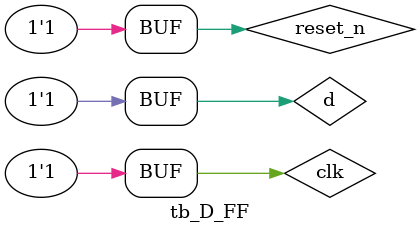
<source format=v>
`timescale 1ns/100ps//timescale ??

module tb_D_FF();//testbench ?? ??

reg clk,reset_n,d;//1bit reg value clk, reset_n, d
wire q;//1bit wire vlaue q

D_FF DFF(clk, reset_n, d, q);//D_FF ?? instatiation

initial
begin//#10? ???? input?? ? ??
	clk=0;reset_n=1;d=0;
#10	clk=1;reset_n=0;
#10	clk=0;d=1;reset_n=1;
#10	clk=1;
#10	clk=0;
#10	clk=1;
#10	clk=0;d=0;
#10	clk=1;
#10	clk=0;d=1;
#10	clk=1;
#10	clk=0;
#10	clk=1;
#10	clk=0;d=0;
#10	clk=1;
#10	clk=0;d=1;
#10	clk=1;

end
endmodule

</source>
